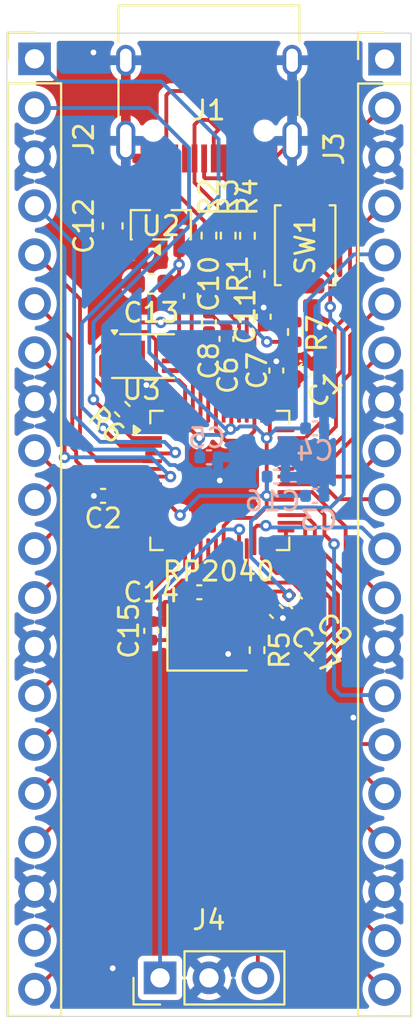
<source format=kicad_pcb>
(kicad_pcb (version 20241229) (generator "pcbnew") (generator_version "9.0")
  (layers (0 "F.Cu" signal) (2 "B.Cu" signal) (13 "F.Paste" user) (15 "B.Paste" user) (5 "F.SilkS" user "F.Silkscreen") (7 "B.SilkS" user "B.Silkscreen") (1 "F.Mask" user) (3 "B.Mask" user) (25 "Edge.Cuts" user))
  (net 0 "")
  (net 1 "GND")
  (net 2 "+3V3")
  (net 3 "+1V1")
  (net 4 "Net-(U2-VI)")
  (net 5 "XIN")
  (net 6 "Net-(C15-Pad1)")
  (net 7 "USB_D+")
  (net 8 "Net-(J1-CC1)")
  (net 9 "Net-(J1-CC2)")
  (net 10 "USB_D-")
  (net 11 "GPIO3")
  (net 12 "GPIO4")
  (net 13 "GPIO8")
  (net 14 "GPIO10")
  (net 15 "GPIO6")
  (net 16 "GPIO14")
  (net 17 "GPIO1")
  (net 18 "GPIO5")
  (net 19 "GPIO7")
  (net 20 "GPIO13")
  (net 21 "GPIO9")
  (net 22 "GPIO0")
  (net 23 "GPIO12")
  (net 24 "GPIO2")
  (net 25 "GPIO11")
  (net 26 "GPIO15")
  (net 27 "GPIO17")
  (net 28 "GPIO23")
  (net 29 "GPIO27_ADC1")
  (net 30 "GPIO28_ADC2")
  (net 31 "GPIO29_ADC3")
  (net 32 "GPIO26_ADC0")
  (net 33 "GPIO21")
  (net 34 "GPIO16")
  (net 35 "VBUS")
  (net 36 "RUN")
  (net 37 "GPIO20")
  (net 38 "GPIO22")
  (net 39 "GPIO24")
  (net 40 "GPIO19")
  (net 41 "GPIO18")
  (net 42 "SWD")
  (net 43 "SWCLK")
  (net 44 "Net-(U1-USB_DP)")
  (net 45 "Net-(U1-USB_DM)")
  (net 46 "XOUT")
  (net 47 "QSPI_SS")
  (net 48 "Net-(R7-Pad1)")
  (net 49 "QSPI_SD1")
  (net 50 "QSPI_SD3")
  (net 51 "QSPI_SD0")
  (net 53 "QSPI_SCLK")
  (net 54 "QSPI_SD2")
  (footprint "Capacitor_SMD:C_0402_1005Metric" (layer "F.Cu") (at 197.5 106 90)
    (property "Reference" "C15")
    (property "Value" "15pF" (hide yes))
  )
  (footprint "Resistor_SMD:R_0402_1005Metric" (layer "F.Cu") (at 204.99 90.5 -90)
    (property "Reference" "R7")
    (property "Value" "1k" (hide yes))
  )
  (footprint "Package_TO_SOT_SMD:SOT-23" (layer "F.Cu") (at 198 84.9375 90)
    (property "Reference" "U2")
    (property "Value" "MCP1700x-330xxTT" (hide yes))
  )
  (footprint "Resistor_SMD:R_0402_1005Metric" (layer "F.Cu") (at 203 107 -90)
    (property "Reference" "R5")
    (property "Value" "1k" (hide yes))
  )
  (footprint "Capacitor_SMD:C_0402_1005Metric" (layer "F.Cu") (at 199.560591 88.635233 90)
    (property "Reference" "C10")
    (property "Value" "0.1uF" (hide yes))
  )
  (footprint "Capacitor_SMD:C_0402_1005Metric" (layer "F.Cu") (at 200.5 90 90)
    (property "Reference" "C8")
    (property "Value" "0.1uF" (hide yes))
  )
  (footprint "Crystal:Crystal_SMD_3225-4Pin_3.2x2.5mm" (layer "F.Cu") (at 200.4 106.35)
    (property "Reference" "Y1" (hide yes))
    (property "Value" "Crystal_GND24" (hide yes))
  )
  (footprint "Capacitor_SMD:C_0402_1005Metric" (layer "F.Cu") (at 204 105 -45)
    (property "Reference" "C17")
    (property "Value" "0.1uF" (hide yes))
  )
  (footprint "Package_DFN_QFN:QFN-56-1EP_7x7mm_P0.4mm_EP3.2x3.2mm" (layer "F.Cu") (at 201.0625 98.2)
    (property "Reference" "U1" (hide yes))
    (property "Value" "RP2040")
  )
  (footprint "Connector_PinHeader_2.54mm:PinHeader_1x20_P2.54mm_Vertical" (layer "F.Cu") (at 209.627987 76.34416)
    (property "Reference" "J3")
    (property "Value" "Conn_01x20" (hide yes))
  )
  (footprint "Resistor_SMD:R_0402_1005Metric" (layer "F.Cu") (at 202.5 85.51 -90)
    (property "Reference" "R4")
    (property "Value" "27")
  )
  (footprint "Button_Switch_SMD:SW_Push_SPST_NO_Alps_SKRK" (layer "F.Cu") (at 205.5 86 -90)
    (property "Reference" "SW1")
    (property "Value" "SW_Push" (hide yes))
  )
  (footprint "Capacitor_SMD:C_0402_1005Metric" (layer "F.Cu") (at 200 104 180)
    (property "Reference" "C14")
    (property "Value" "15pF" (hide yes))
  )
  (footprint "Capacitor_SMD:C_0402_1005Metric" (layer "F.Cu") (at 204 92.5 90)
    (property "Reference" "C7")
    (property "Value" "0.1uF" (hide yes))
  )
  (footprint "Capacitor_SMD:C_0402_1005Metric" (layer "F.Cu") (at 201.41043 90.856444 90)
    (property "Reference" "C6")
    (property "Value" "0.1uF" (hide yes))
  )
  (footprint "Resistor_SMD:R_0402_1005Metric" (layer "F.Cu") (at 196 94.5 135)
    (property "Reference" "R6")
    (property "Value" "10k" (hide yes))
  )
  (footprint "Capacitor_SMD:C_0402_1005Metric" (layer "F.Cu") (at 205 104.5 -45)
    (property "Reference" "C9")
    (property "Value" "0.1uF" (hide yes))
  )
  (footprint "Capacitor_SMD:C_0402_1005Metric" (layer "F.Cu") (at 205.5 92.5 45)
    (property "Reference" "C1")
    (property "Value" "1uF" (hide yes))
  )
  (footprint "Connector_PinHeader_2.54mm:PinHeader_1x03_P2.54mm_Vertical" (layer "F.Cu") (at 197.96 124 90)
    (property "Reference" "J4")
    (property "Value" "Conn_01x03" (hide yes))
  )
  (footprint "Resistor_SMD:R_0402_1005Metric" (layer "F.Cu") (at 201.5 85.5 -90)
    (property "Reference" "R3")
    (property "Value" "27")
  )
  (footprint "Capacitor_SMD:C_0603_1608Metric" (layer "F.Cu") (at 195.5 85 -90)
    (property "Reference" "C12")
    (property "Value" "10uF" (hide yes))
  )
  (footprint "Capacitor_SMD:C_0402_1005Metric" (layer "F.Cu") (at 203.344207 89.709221 90)
    (property "Reference" "C11")
    (property "Value" "1uF" (hide yes))
  )
  (footprint "Capacitor_SMD:C_0402_1005Metric" (layer "F.Cu") (at 195 99 180)
    (property "Reference" "C2")
    (property "Value" "0.1uF" (hide yes))
  )
  (footprint "Connector_PinHeader_2.54mm:PinHeader_1x20_P2.54mm_Vertical" (layer "F.Cu") (at 191.439678 76.331419)
    (property "Reference" "J2")
    (property "Value" "Conn_01x20" (hide yes))
  )
  (footprint "Connector_USB:USB_C_Receptacle_HRO_TYPE-C-31-M-12" (layer "F.Cu") (at 200.5 77.455 180)
    (property "Reference" "J1")
    (property "Value" "USB_C_Receptacle_USB2.0_14P" (hide yes))
  )
  (footprint "Capacitor_SMD:C_0603_1608Metric" (layer "F.Cu") (at 197.5 88 180)
    (property "Reference" "C13")
    (property "Value" "10uF" (hide yes))
  )
  (footprint "Package_SON:Winbond_USON-8-1EP_3x2mm_P0.5mm_EP0.2x1.6mm" (layer "F.Cu") (at 197.075 91.75)
    (property "Reference" "U3")
    (property "Value" "W25Q128JVS" (hide yes))
  )
  (footprint "Resistor_SMD:R_0402_1005Metric" (layer "F.Cu") (at 200.5 85.5 -90)
    (property "Reference" "R2")
    (property "Value" "5.1k" (hide yes))
  )
  (footprint "Resistor_SMD:R_0402_1005Metric" (layer "F.Cu") (at 203 87.49 -90)
    (property "Reference" "R1")
    (property "Value" "5.1k" (hide yes))
  )
  (footprint "Capacitor_SMD:C_0402_1005Metric" (layer "B.Cu") (at 206 95.5)
    (property "Reference" "C4")
    (property "Value" "0.1uF" (hide yes))
  )
  (footprint "Capacitor_SMD:C_0402_1005Metric" (layer "B.Cu") (at 200.5 97)
    (property "Reference" "C5")
    (property "Value" "0.1uF" (hide yes))
  )
  (footprint "Capacitor_SMD:C_0402_1005Metric" (layer "B.Cu") (at 206 99)
    (property "Reference" "C3")
    (property "Value" "0.1uF" (hide yes))
  )
  (footprint "Capacitor_SMD:C_0402_1005Metric" (layer "B.Cu") (at 204 98)
    (property "Reference" "C16")
    (property "Value" "0.1uF" (hide yes))
  )
  (gr_rect (start 190 75) (end 211 126) (stroke (width 0.05)) (fill no) (layer "Edge.Cuts"))
  (gr_text "RP2040" (at 198 103.5 0) (layer "F.SilkS") (effects (font (size 1 1)) (justify left bottom)))
  (segment (start 201.0625 98.2) (end 202.5 96.7625) (width 0.2) (layer "F.Cu") (net 1))
  (segment (start 205.839411 92.160589) (end 206.5 91.5) (width 0.2) (layer "F.Cu") (net 1))
  (segment (start 199.52 103.98) (end 199.52 104) (width 0.2) (layer "F.Cu") (net 1))
  (segment (start 209.708415 106.791585) (end 210.399 106.101) (width 0.2) (layer "F.Cu") (net 1))
  (segment (start 197.25 81.5) (end 197.095 81.5) (width 0.2) (layer "F.Cu") (net 1))
  (segment (start 200.0625 101.6375) (end 200.0625 103.4375) (width 0.2) (layer "F.Cu") (net 1))
  (segment (start 197.05 85.875) (end 197.05 86.45) (width 0.2) (layer "F.Cu") (net 1))
  (segment (start 200.5 89.52) (end 200.553986 89.52) (width 0.2) (layer "F.Cu") (net 1))
  (segment (start 204.839411 104.839411) (end 204.339411 105.339411) (width 0.2) (layer "F.Cu") (net 1))
  (segment (start 200.5 89.02) (end 199.5 88.02) (width 0.2) (layer "F.Cu") (net 1))
  (segment (start 203.75 81.5) (end 203.75 82.15) (width 0.2) (layer "F.Cu") (net 1))
  (segment (start 200.553986 89.52) (end 201.41043 90.376444) (width 0.2) (layer "F.Cu") (net 1))
  (segment (start 201.0625 98.2) (end 200.0625 99.2) (width 0.2) (layer "F.Cu") (net 1))
  (segment (start 199.28 105.52) (end 199.3 105.5) (width 0.2) (layer "F.Cu") (net 1))
  (segment (start 199.52 104) (end 199.52 105.28) (width 0.2) (layer "F.Cu") (net 1))
  (segment (start 199.8 105.5) (end 201.5 107.2) (width 0.2) (layer "F.Cu") (net 1))
  (segment (start 197.504468 85.875) (end 197.05 85.875) (width 0.2) (layer "F.Cu") (net 1))
  (segment (start 195.5 85.775) (end 196.95 85.775) (width 0.2) (layer "F.Cu") (net 1))
  (segment (start 203.344207 89.229221) (end 203.344207 88.344207) (width 0.2) (layer "F.Cu") (net 1))
  (segment (start 200.5 86.01) (end 200.495 86.015) (width 0.2) (layer "F.Cu") (net 1))
  (segment (start 196.5 92.5) (end 197.25 93.25) (width 0.2) (layer "F.Cu") (net 1))
  (segment (start 197.05 81.7) (end 197.25 81.5) (width 0.2) (layer "F.Cu") (net 1))
  (segment (start 206.5 91.5) (end 206.5 90.5) (width 0.2) (layer "F.Cu") (net 1))
  (segment (start 210.399 106.101) (end 210.399 106) (width 0.2) (layer "F.Cu") (net 1))
  (segment (start 204.140589 92.160589) (end 204 92.02) (width 0.2) (layer "F.Cu") (net 1))
  (segment (start 203.75 81.5) (end 203.905 81.5) (width 0.2) (layer "F.Cu") (net 1))
  (segment (start 206.5 90.5) (end 206.25 90.25) (width 0.2) (layer "F.Cu") (net 1))
  (segment (start 209.514082 106.791585) (end 209.708415 106.791585) (width 0.2) (layer "F.Cu") (net 1))
  (segment (start 197.25 93.25) (end 197.5 93.5) (width 0.2) (layer "F.Cu") (net 1))
  (segment (start 200.5 86.01) (end 199.3265 84.8365) (width 0.2) (layer "F.Cu") (net 1))
  (segment (start 200.495 86.015) (end 200.495 86.995) (width 0.2) (layer "F.Cu") (net 1))
  (segment (start 198.542968 84.8365) (end 197.504468 85.875) (width 0.2) (layer "F.Cu") (net 1))
  (segment (start 203.344207 88.344207) (end 203 88) (width 0.2) (layer "F.Cu") (net 1))
  (segment (start 205.339411 104.839411) (end 204.839411 104.839411) (width 0.2) (layer "F.Cu") (net 1))
  (segment (start 199.3265 84.8365) (end 198.542968 84.8365) (width 0.2) (layer "F.Cu") (net 1))
  (segment (start 199.52 105.28) (end 199.3 105.5) (width 0.2) (layer "F.Cu") (net 1))
  (segment (start 205.5 85.5) (end 205.5 83.9) (width 0.2) (layer "F.Cu") (net 1))
  (segment (start 197.05 86.45) (end 196.725 86.775) (width 0.2) (layer "F.Cu") (net 1))
  (segment (start 200.0625 103.4375) (end 199.52 103.98) (width 0.2) (layer "F.Cu") (net 1))
  (segment (start 199.3 105.5) (end 199.8 105.5) (width 0.2) (layer "F.Cu") (net 1))
  (segment (start 197.5 105.52) (end 199.28 105.52) (width 0.2) (layer "F.Cu") (net 1))
  (segment (start 203 88) (end 205.5 85.5) (width 0.2) (layer "F.Cu") (net 1))
  (segment (start 205.839411 92.160589) (end 204.140589 92.160589) (width 0.2) (layer "F.Cu") (net 1))
  (segment (start 200.0625 99.2) (end 200.0625 101.6375) (width 0.2) (layer "F.Cu") (net 1))
  (segment (start 200.5 89.52) (end 200.5 89.02) (width 0.2) (layer "F.Cu") (net 1))
  (segment (start 203.905 81.5) (end 204.82 80.585) (width 0.2) (layer "F.Cu") (net 1))
  (segment (start 196.95 85.775) (end 197.05 85.875) (width 0.2) (layer "F.Cu") (net 1))
  (segment (start 196.725 86.775) (end 196.725 88) (width 0.2) (layer "F.Cu") (net 1))
  (segment (start 195.65 92.5) (end 196.5 92.5) (width 0.2) (layer "F.Cu") (net 1))
  (via (at 208 110.5) (size 0.6) (drill 0.3) (layers "F.Cu" "B.Cu") (net 1))
  (via (at 194.5 76) (size 0.6) (drill 0.3) (layers "F.Cu" "B.Cu") (net 1))
  (via (at 204.339411 105.339411) (size 0.6) (drill 0.3) (layers "F.Cu" "B.Cu") (net 1))
  (via (at 194.52 99) (size 0.6) (drill 0.3) (layers "F.Cu" "B.Cu") (net 1))
  (via (at 201.0625 98.2) (size 0.6) (drill 0.3) (layers "F.Cu" "B.Cu") (net 1))
  (via (at 197.25 93.25) (size 0.6) (drill 0.3) (layers "F.Cu" "B.Cu") (net 1))
  (via (at 206.25 90.25) (size 0.6) (drill 0.3) (layers "F.Cu" "B.Cu") (net 1))
  (via (at 201.5 107.2) (size 0.6) (drill 0.3) (layers "F.Cu" "B.Cu") (net 1))
  (via (at 195.5 123.5) (size 0.6) (drill 0.3) (layers "F.Cu" "B.Cu") (net 1))
  (via (at 204 92.02) (size 0.6) (drill 0.3) (layers "F.Cu" "B.Cu") (net 1))
  (via (at 203.344207 89.229221) (size 0.6) (drill 0.3) (layers "F.Cu" "B.Cu") (net 1))
  (segment (start 206.2 88.950057) (end 206.2 90.2) (width 0.2) (layer "B.Cu") (net 1))
  (segment (start 199.351 95.351) (end 199.351 97.26855) (width 0.2) (layer "B.Cu") (net 1))
  (segment (start 197.6661 96.599) (end 193.992016 96.599) (width 0.2) (layer "B.Cu") (net 1))
  (segment (start 198.4661 97.399) (end 197.6661 96.599) (width 0.2) (layer "B.Cu") (net 1))
  (segment (start 200.98 97) (end 201.5 97) (width 0.2) (layer "B.Cu") (net 1))
  (segment (start 204.2 107.2) (end 204.339411 107.339411) (width 0.2) (layer "B.Cu") (net 1))
  (segment (start 209.708415 106.791585) (end 210.399 106.101) (width 0.2) (layer "B.Cu") (net 1))
  (segment (start 208 89.548057) (end 206.985493 88.53355) (width 0.2) (layer "B.Cu") (net 1))
  (segment (start 201.5 107.2) (end 204.2 107.2) (width 0.2) (layer "B.Cu") (net 1))
  (segment (start 198.960943 97.611) (end 198.748943 97.399) (width 0.2) (layer "B.Cu") (net 1))
  (segment (start 206.2 90.2) (end 206.25 90.25) (width 0.2) (layer "B.Cu") (net 1))
  (segment (start 204.339411 105.339411) (end 204.339411 107.339411) (width 0.2) (layer "B.Cu") (net 1))
  (segment (start 206.48 99) (end 204.48 97) (width 0.2) (layer "B.Cu") (net 1))
  (segment (start 206.985493 88.53355) (end 206.616507 88.53355) (width 0.2) (layer "B.Cu") (net 1))
  (segment (start 199.69345 97.611) (end 198.960943 97.611) (width 0.2) (layer "B.Cu") (net 1))
  (segment (start 200.98 97) (end 200.369 97.611) (width 0.2) (layer "B.Cu") (net 1))
  (segment (start 200.369 97.611) (end 199.69345 97.611) (width 0.2) (layer "B.Cu") (net 1))
  (segment (start 209.514082 94.091585) (end 208 92.577503) (width 0.2) (layer "B.Cu") (net 1))
  (segment (start 199.351 97.26855) (end 199.69345 97.611) (width 0.2) (layer "B.Cu") (net 1))
  (segment (start 209.514082 106.791585) (end 209.708415 106.791585) (width 0.2) (layer "B.Cu") (net 1))
  (segment (start 204.48 97) (end 201.5 97) (width 0.2) (layer "B.Cu") (net 1))
  (segment (start 208 92.577503) (end 208 89.548057) (width 0.2) (layer "B.Cu") (net 1))
  (segment (start 206.5 90.5) (end 206.5 92) (width 0.2) (layer "B.Cu") (net 1))
  (segment (start 206.25 90.25) (end 206.5 90.5) (width 0.2) (layer "B.Cu") (net 1))
  (segment (start 206.48 95.5) (end 206.48 99) (width 0.2) (layer "B.Cu") (net 1))
  (segment (start 206.616507 88.53355) (end 206.2 88.950057) (width 0.2) (layer "B.Cu") (net 1))
  (segment (start 198.748943 97.399) (end 198.4661 97.399) (width 0.2) (layer "B.Cu") (net 1))
  (segment (start 193.992016 96.599) (end 191.514341 94.121325) (width 0.2) (layer "B.Cu") (net 1))
  (segment (start 199.69345 97.611) (end 200 97.611) (width 0.2) (layer "B.Cu") (net 1))
  (segment (start 203.6625 94.7625) (end 203.2625 94.7625) (width 0.2) (layer "F.Cu") (net 2))
  (segment (start 201.6625 94.7625) (end 201.6625 95.495164) (width 0.2) (layer "F.Cu") (net 2))
  (segment (start 201.41043 91.74793) (end 201.6625 92) (width 0.2) (layer "F.Cu") (net 2))
  (segment (start 203.5 93.48) (end 203.5 93.5) (width 0.2) (layer "F.Cu") (net 2))
  (segment (start 198.2 99.2) (end 199 100) (width 0.2) (layer "F.Cu") (net 2))
  (segment (start 201.41043 91.336444) (end 201.41043 91.74793) (width 0.2) (layer "F.Cu") (net 2))
  (segment (start 201.6625 94.7625) (end 201.6625 92) (width 0.2) (layer "F.Cu") (net 2))
  (segment (start 198.45 88) (end 198.95 87.5) (width 0.2) (layer "F.Cu") (net 2))
  (segment (start 199.6 95.6) (end 200 96) (width 0.2) (layer "F.Cu") (net 2))
  (segment (start 203.5 93.5) (end 203.2625 93.7375) (width 0.2) (layer "F.Cu") (net 2))
  (segment (start 203.2625 93.7375) (end 203.2625 94.7625) (width 0.2) (layer "F.Cu") (net 2))
  (segment (start 198.95 87) (end 198.95 87.5) (width 0.2) (layer "F.Cu") (net 2))
  (segment (start 201.6804 100.142489) (end 202.922011 100.142489) (width 0.2) (layer "F.Cu") (net 2))
  (segment (start 200.5 91.5) (end 201.2625 92.2625) (width 0.2) (layer "F.Cu") (net 2))
  (segment (start 205.160589 93.264411) (end 205.160589 92.839411) (width 0.2) (layer "F.Cu") (net 2))
  (segment (start 196.6329 99.2) (end 196.4329 99) (width 0.2) (layer "F.Cu") (net 2))
  (segment (start 203.294789 104.660589) (end 203.660589 104.660589) (width 0.2) (layer "F.Cu") (net 2))
  (segment (start 203.7 99.2) (end 203.5 99) (width 0.2) (layer "F.Cu") (net 2))
  (segment (start 196.360624 94.860624) (end 196.885624 94.860624) (width 0.2) (layer "F.Cu") (net 2))
  (segment (start 204.5 95.6) (end 203.9 95.6) (width 0.2) (layer "F.Cu") (net 2))
  (segment (start 196.4329 99) (end 195.48 99) (width 0.2) (layer "F.Cu") (net 2))
  (segment (start 203.7 99.2) (end 204.5 99.2) (width 0.2) (layer "F.Cu") (net 2))
  (segment (start 197.625 95.6) (end 199.6 95.6) (width 0.2) (layer "F.Cu") (net 2))
  (segment (start 204 92.98) (end 203.5 93.48) (width 0.2) (layer "F.Cu") (net 2))
  (segment (start 203.5 96) (end 203.5 99) (width 0.2) (layer "F.Cu") (net 2))
  (segment (start 201.2625 101.6375) (end 201.2625 100.560389) (width 0.2) (layer "F.Cu") (net 2))
  (segment (start 198.5 91) (end 199.2013 91) (width 0.2) (layer "F.Cu") (net 2))
  (segment (start 198.95 87.5) (end 198.95 90.7487) (width 0.2) (layer "F.Cu") (net 2))
  (segment (start 203.6625 94.7625) (end 203.6625 94.3375) (width 0.2) (layer "F.Cu") (net 2))
  (segment (start 197.625 99.2) (end 196.6329 99.2) (width 0.2) (layer "F.Cu") (net 2))
  (segment (start 203.6625 95.8375) (end 203.5 96) (width 0.2) (layer "F.Cu") (net 2))
  (segment (start 203.6625 94.7625) (end 205.160589 93.264411) (width 0.2) (layer "F.Cu") (net 2))
  (segment (start 203.6625 94.7625) (end 203.6625 95.8375) (width 0.2) (layer "F.Cu") (net 2))
  (segment (start 198.95 90.7487) (end 199.2013 91) (width 0.2) (layer "F.Cu") (net 2))
  (segment (start 201.2625 100.560389) (end 201.6804 100.142489) (width 0.2) (layer "F.Cu") (net 2))
  (segment (start 201.2625 101.6375) (end 201.2625 102.6283) (width 0.2) (layer "F.Cu") (net 2))
  (segment (start 201.2625 94.7625) (end 201.6625 94.7625) (width 0.2) (layer "F.Cu") (net 2))
  (segment (start 197.625 99.2) (end 198.2 99.2) (width 0.2) (layer "F.Cu") (net 2))
  (segment (start 196.885624 94.860624) (end 197.625 95.6) (width 0.2) (layer "F.Cu") (net 2))
  (segment (start 203.9 95.6) (end 203.5 96) (width 0.2) (layer "F.Cu") (net 2))
  (segment (start 200.5 90.48) (end 200.5 91.5) (width 0.2) (layer "F.Cu") (net 2))
  (segment (start 201.2625 102.6283) (end 203.294789 104.660589) (width 0.2) (layer "F.Cu") (net 2))
  (segment (start 202.922011 100.142489) (end 203.5 99.5645) (width 0.2) (layer "F.Cu") (net 2))
  (segment (start 203.5 99.5645) (end 203.5 99) (width 0.2) (layer "F.Cu") (net 2))
  (segment (start 198.275 88) (end 198.45 88) (width 0.2) (layer "F.Cu") (net 2))
  (segment (start 201.2625 92.2625) (end 201.2625 94.7625) (width 0.2) (layer "F.Cu") (net 2))
  (segment (start 198.95 85.875) (end 198.95 87) (width 0.2) (layer "F.Cu") (net 2))
  (segment (start 201.6625 95.495164) (end 201.620488 95.537176) (width 0.2) (layer "F.Cu") (net 2))
  (via (at 201.620488 95.537176) (size 0.6) (drill 0.3) (layers "F.Cu" "B.Cu") (net 2))
  (via (at 199 100) (size 0.6) (drill 0.3) (layers "F.Cu" "B.Cu") (net 2))
  (via (at 198.95 87) (size 0.6) (drill 0.3) (layers "F.Cu" "B.Cu") (net 2))
  (via (at 203.5 96) (size 0.6) (drill 0.3) (layers "F.Cu" "B.Cu") (net 2))
  (via (at 203.5 99) (size 0.6) (drill 0.3) (layers "F.Cu" "B.Cu") (net 2))
  (via (at 200 96) (size 0.6) (drill 0.3) (layers "F.Cu" "B.Cu") (net 2))
  (segment (start 201.362176 95.537176) (end 197.399 91.574) (width 0.2) (layer "B.Cu") (net 2))
  (segment (start 197.399 91.574) (end 197.399 88.551) (width 0.2) (layer "B.Cu") (net 2))
  (segment (start 201.620488 95.537176) (end 201.962824 95.537176) (width 0.2) (layer "B.Cu") (net 2))
  (segment (start 197.399 88.551) (end 198.95 87) (width 0.2) (layer "B.Cu") (net 2))
  (segment (start 203.52 98) (end 203.52 98.98) (width 0.2) (layer "B.Cu") (net 2))
  (segment (start 200.02 96.02) (end 200 96) (width 0.2) (layer "B.Cu") (net 2))
  (segment (start 204 95.5) (end 203.5 96) (width 0.2) (layer "B.Cu") (net 2))
  (segment (start 201.962824 95.537176) (end 202.101 95.399) (width 0.2) (layer "B.Cu") (net 2))
  (segment (start 203.52 98.98) (end 203.5 99) (width 0.2) (layer "B.Cu") (net 2))
  (segment (start 208.028415 86.471585) (end 205.52 88.98) (width 0.2) (layer "B.Cu") (net 2))
  (segment (start 201.320164 95.8375) (end 200.1625 95.8375) (width 0.2) (layer "B.Cu") (net 2))
  (segment (start 200 99) (end 199 100) (width 0.2) (layer "B.Cu") (net 2))
  (segment (start 201.620488 95.537176) (end 201.362176 95.537176) (width 0.2) (layer "B.Cu") (net 2))
  (segment (start 202.101 95.399) (end 202.899 95.399) (width 0.2) (layer "B.Cu") (net 2))
  (segment (start 202.899 95.399) (end 203.5 96) (width 0.2) (layer "B.Cu") (net 2))
  (segment (start 205.52 88.98) (end 205.52 95.5) (width 0.2) (layer "B.Cu") (net 2))
  (segment (start 203.5 99) (end 200 99) (width 0.2) (layer "B.Cu") (net 2))
  (segment (start 200.02 97) (end 200.02 96.02) (width 0.2) (layer "B.Cu") (net 2))
  (segment (start 200.1625 95.8375) (end 200 96) (width 0.2) (layer "B.Cu") (net 2))
  (segment (start 209.514082 86.471585) (end 208.028415 86.471585) (width 0.2) (layer "B.Cu") (net 2))
  (segment (start 205.52 99) (end 203.5 99) (width 0.2) (layer "B.Cu") (net 2))
  (segment (start 205.52 95.5) (end 204 95.5) (width 0.2) (layer "B.Cu") (net 2))
  (segment (start 201.620488 95.537176) (end 201.320164 95.8375) (width 0.2) (layer "B.Cu") (net 2))
  (segment (start 200.8625 92.4296) (end 199.6023 91.1694) (width 0.2) (layer "F.Cu") (net 3))
  (segment (start 204.4626 103.9626) (end 203.1639 103.9626) (width 0.2) (layer "F.Cu") (net 3))
  (segment (start 206.801 87.686936) (end 206.513064 87.399) (width 0.2) (layer "F.Cu") (net 3))
  (segment (start 201.371545 96.138176) (end 200.8625 95.629131) (width 0.2) (layer "F.Cu") (net 3))
  (segment (start 202.361824 96.138176) (end 201.371545 96.138176) (width 0.2) (layer "F.Cu") (net 3))
  (segment (start 200.8625 95.629131) (end 200.8625 94.7625) (width 0.2) (layer "F.Cu") (net 3))
  (segment (start 203.955207 89.578221) (end 203.344207 90.189221) (width 0.2) (layer "F.Cu") (net 3))
  (segment (start 199.6023 91.1694) (end 199.6023 89.0823) (width 0.2) (layer "F.Cu") (net 3))
  (segment (start 202.8625 90.670928) (end 203.344207 90.189221) (width 0.2) (layer "F.Cu") (net 3))
  (segment (start 206.513064 87.399) (end 204.486936 87.399) (width 0.2) (layer "F.Cu") (net 3))
  (segment (start 203.955207 87.930729) (end 203.955207 89.578221) (width 0.2) (layer "F.Cu") (net 3))
  (segment (start 203.1639 103.9626) (end 201.6625 102.4612) (width 0.2) (layer "F.Cu") (net 3))
  (segment (start 204.660589 104.160589) (end 204.4626 103.9626) (width 0.2) (layer "F.Cu") (net 3))
  (segment (start 206.801 89.199) (end 206.801 87.686936) (width 0.2) (layer "F.Cu") (net 3))
  (segment (start 204.486936 87.399) (end 203.955207 87.930729) (width 0.2) (layer "F.Cu") (net 3))
  (segment (start 199.6023 89.0823) (end 199.5 88.98) (width 0.2) (layer "F.Cu") (net 3))
  (segment (start 202.8625 95.6375) (end 202.361824 96.138176) (width 0.2) (layer "F.Cu") (net 3))
  (segment (start 201.6625 102.4612) (end 201.6625 101.6375) (width 0.2) (layer "F.Cu") (net 3))
  (segment (start 200.8625 94.7625) (end 200.8625 92.4296) (width 0.2) (layer "F.Cu") (net 3))
  (segment (start 202.8625 94.7625) (end 202.8625 90.670928) (width 0.2) (layer "F.Cu") (net 3))
  (segment (start 202.8625 94.7625) (end 202.8625 95.6375) (width 0.2) (layer "F.Cu") (net 3))
  (via (at 204.660589 104.160589) (size 0.6) (drill 0.3) (layers "F.Cu" "B.Cu") (net 3))
  (via (at 206.801 89.199) (size 0.6) (drill 0.3) (layers "F.Cu" "B.Cu") (net 3))
  (segment (start 206.801 89.199) (end 206.801 89.801) (width 0.2) (layer "B.Cu") (net 3))
  (segment (start 206.801 89.801) (end 207.5 90.5) (width 0.2) (layer "B.Cu") (net 3))
  (segment (start 203.389 99.611) (end 202.683078 100.316922) (width 0.2) (layer "B.Cu") (net 3))
  (segment (start 207.5 98.91755) (end 206.80655 99.611) (width 0.2) (layer "B.Cu") (net 3))
  (segment (start 207.5 90.5) (end 207.5 98.91755) (width 0.2) (layer "B.Cu") (net 3))
  (segment (start 202.683078 100.316922) (end 202.683078 102.183078) (width 0.2) (layer "B.Cu") (net 3))
  (segment (start 202.683078 102.183078) (end 204.660589 104.160589) (width 0.2) (layer "B.Cu") (net 3))
  (segment (start 206.80655 99.611) (end 203.389 99.611) (width 0.2) (layer "B.Cu") (net 3))
  (segment (start 198.5 78) (end 202 78) (width 0.2) (layer "F.Cu") (net 4))
  (segment (start 198.05 81.5) (end 198.286 81.264) (width 0.2) (layer "F.Cu") (net 4))
  (segment (start 202.95 80.571008) (end 202.95 81.5) (width 0.2) (layer "F.Cu") (net 4))
  (segment (start 198.05 81.5) (end 198.05 83.95) (width 0.2) (layer "F.Cu") (net 4))
  (segment (start 202.5 80.121008) (end 202.95 80.571008) (width 0.2) (layer "F.Cu") (net 4))
  (segment (start 197.775 84.225) (end 198 84) (width 0.2) (layer "F.Cu") (net 4))
  (segment (start 202 78) (end 202.5 78.5) (width 0.2) (layer "F.Cu") (net 4))
  (segment (start 198.05 83.95) (end 198 84) (width 0.2) (layer "F.Cu") (net 4))
  (segment (start 195.5 84.225) (end 197.775 84.225) (width 0.2) (layer "F.Cu") (net 4))
  (segment (start 198.286 78.214) (end 198.5 78) (width 0.2) (layer "F.Cu") (net 4))
  (segment (start 202.5 78.5) (end 202.5 80.121008) (width 0.2) (layer "F.Cu") (net 4))
  (segment (start 198.286 81.264) (end 198.286 78.214) (width 0.2) (layer "F.Cu") (net 4))
  (segment (start 200.48 104) (end 200.48 104.48) (width 0.2) (layer "F.Cu") (net 5))
  (segment (start 200.4625 102.9625) (end 200.48 102.98) (width 0.2) (layer "F.Cu") (net 5))
  (segment (start 200.48 102.98) (end 200.48 104) (width 0.2) (layer "F.Cu") (net 5))
  (segment (start 200.4625 101.6375) (end 200.4625 102.9625) (width 0.2) (layer "F.Cu") (net 5))
  (segment (start 200.48 104.48) (end 201.5 105.5) (width 0.2) (layer "F.Cu") (net 5))
  (segment (start 202.409 108.101) (end 200.201 108.101) (width 0.2) (layer "F.Cu") (net 6))
  (segment (start 200.201 108.101) (end 199.3 107.2) (width 0.2) (layer "F.Cu") (net 6))
  (segment (start 198.58 106.48) (end 199.3 107.2) (width 0.2) (layer "F.Cu") (net 6))
  (segment (start 203 107.51) (end 202.409 108.101) (width 0.2) (layer "F.Cu") (net 6))
  (segment (start 197.5 106.48) (end 198.58 106.48) (width 0.2) (layer "F.Cu") (net 6))
  (segment (start 200.75 80.25) (end 200.75 81.5) (width 0.2) (layer "F.Cu") (net 7))
  (segment (start 201.5 84.5) (end 201.5 84.99) (width 0.2) (layer "F.Cu") (net 7))
  (segment (start 199.75 81.5) (end 199.75 79.75) (width 0.2) (layer "F.Cu") (net 7))
  (segment (start 199.75 82.75) (end 201.5 84.5) (width 0.2) (layer "F.Cu") (net 7))
  (segment (start 200.5 79.5) (end 201 80) (width 0.2) (layer "F.Cu") (net 7))
  (segment (start 199.75 81.5) (end 199.75 82.75) (width 0.2) (layer "F.Cu") (net 7))
  (segment (start 199.75 79.75) (end 200 79.5) (width 0.2) (layer "F.Cu") (net 7))
  (segment (start 200 79.5) (end 200.5 79.5) (width 0.2) (layer "F.Cu") (net 7))
  (segment (start 201 80) (end 200.75 80.25) (width 0.2) (layer "F.Cu") (net 7))
  (segment (start 201.75 82.4099) (end 203.121 83.7809) (width 0.2) (layer "F.Cu") (net 8))
  (segment (start 203.121 83.7809) (end 203.121 86.859) (width 0.2) (layer "F.Cu") (net 8))
  (segment (start 203.121 86.859) (end 203 86.98) (width 0.2) (layer "F.Cu") (net 8))
  (segment (start 201.75 81.5) (end 201.75 82.4099) (width 0.2) (layer "F.Cu") (net 8))
  (segment (start 200.5 84.99) (end 198.75 83.24) (width 0.2) (layer "F.Cu") (net 9))
  (segment (start 198.75 83.24) (end 198.75 81.5) (width 0.2) (layer "F.Cu") (net 9))
  (segment (start 202.5 85) (end 202.5 83.727) (width 0.2) (layer "F.Cu") (net 10))
  (segment (start 201.299 82.526) (end 200.299 82.526) (width 0.2) (layer "F.Cu") (net 10))
  (segment (start 200.25 82.477) (end 200.25 81.5) (width 0.2) (layer "F.Cu") (net 10))
  (segment (start 201.25 81.5) (end 201.299 81.549) (width 0.2) (layer "F.Cu") (net 10))
  (segment (start 201.299 81.549) (end 201.299 82.526) (width 0.2) (layer "F.Cu") (net 10))
  (segment (start 202.5 83.727) (end 201.299 82.526) (width 0.2) (layer "F.Cu") (net 10))
  (segment (start 200.299 82.526) (end 200.25 82.477) (width 0.2) (layer "F.Cu") (net 10))
  (segment (start 191.514341 86.501325) (end 193.802 88.788984) (width 0.2) (layer "F.Cu") (net 11))
  (segment (start 197.075726 97.186) (end 197.089726 97.2) (width 0.2) (layer "F.Cu") (net 11))
  (segment (start 193.802 88.788984) (end 193.802 96.21955) (width 0.2) (layer "F.Cu") (net 11))
  (segment (start 197.089726 97.2) (end 197.625 97.2) (width 0.2) (layer "F.Cu") (net 11))
  (segment (start 194.686 97.186) (end 197.075726 97.186) (width 0.2) (layer "F.Cu") (net 11))
  (segment (start 194.64345 97.061) (end 194.64345 97.14345) (width 0.2) (layer "F.Cu") (net 11))
  (segment (start 193.802 96.21955) (end 194.64345 97.061) (width 0.2) (layer "F.Cu") (net 11))
  (segment (start 194.64345 97.14345) (end 194.686 97.186) (width 0.2) (layer "F.Cu") (net 11))
  (segment (start 193.601 97.188) (end 193.601 96.7) (width 0.2) (layer "F.Cu") (net 12))
  (segment (start 194 97.587) (end 193.601 97.188) (width 0.2) (layer "F.Cu") (net 12))
  (segment (start 197.625 97.6) (end 196.856826 97.6) (width 0.2) (layer "F.Cu") (net 12))
  (segment (start 193.601 96.7) (end 193.401 96.5) (width 0.2) (layer "F.Cu") (net 12))
  (segment (start 196.856826 97.6) (end 196.843826 97.587) (width 0.2) (layer "F.Cu") (net 12))
  (segment (start 196.843826 97.587) (end 194 97.587) (width 0.2) (layer "F.Cu") (net 12))
  (segment (start 193.401 90.927984) (end 191.514341 89.041325) (width 0.2) (layer "F.Cu") (net 12))
  (segment (start 193.401 96.5) (end 193.401 90.927984) (width 0.2) (layer "F.Cu") (net 12))
  (segment (start 196.589 99.611) (end 193.644666 99.611) (width 0.2) (layer "F.Cu") (net 13))
  (segment (start 196.6 99.6) (end 196.589 99.611) (width 0.2) (layer "F.Cu") (net 13))
  (segment (start 197.625 99.6) (end 196.6 99.6) (width 0.2) (layer "F.Cu") (net 13))
  (segment (start 193.644666 99.611) (end 191.514341 101.741325) (width 0.2) (layer "F.Cu") (net 13))
  (segment (start 194.5 102.923426) (end 194.5 106.375666) (width 0.2) (layer "F.Cu") (net 14))
  (segment (start 197.625 100.4) (end 197.023426 100.4) (width 0.2) (layer "F.Cu") (net 14))
  (segment (start 194.5 106.375666) (end 191.514341 109.361325) (width 0.2) (layer "F.Cu") (net 14))
  (segment (start 197.023426 100.4) (end 194.5 102.923426) (width 0.2) (layer "F.Cu") (net 14))
  (segment (start 191.514341 96.661325) (end 192.841016 97.988) (width 0.2) (layer "F.Cu") (net 15))
  (segment (start 196.677726 97.988) (end 197.089726 98.4) (width 0.2) (layer "F.Cu") (net 15))
  (segment (start 192.841016 97.988) (end 196.677726 97.988) (width 0.2) (layer "F.Cu") (net 15))
  (segment (start 197.089726 98.4) (end 197.625 98.4) (width 0.2) (layer "F.Cu") (net 15))
  (segment (start 196.488 104.9449) (end 196.488 117.087666) (width 0.2) (layer "F.Cu") (net 16))
  (segment (start 199.2625 101.6375) (end 199.2625 102.7375) (width 0.2) (layer "F.Cu") (net 16))
  (segment (start 199.2625 102.7375) (end 199 103) (width 0.2) (layer "F.Cu") (net 16))
  (segment (start 199 103) (end 198.4329 103) (width 0.2) (layer "F.Cu") (net 16))
  (segment (start 196.488 117.087666) (end 191.514341 122.061325) (width 0.2) (layer "F.Cu") (net 16))
  (segment (start 198.4329 103) (end 196.488 104.9449) (width 0.2) (layer "F.Cu") (net 16))
  (segment (start 195.5 96) (end 195 95.5) (width 0.2) (layer "F.Cu") (net 17))
  (segment (start 197.625 96.4) (end 195.9 96.4) (width 0.2) (layer "F.Cu") (net 17))
  (segment (start 195.9 96.4) (end 195.5 96) (width 0.2) (layer "F.Cu") (net 17))
  (via (at 195 95.5) (size 0.6) (drill 0.3) (layers "F.Cu" "B.Cu") (net 17))
  (segment (start 193.899 90.0339) (end 199.46645 84.46645) (width 0.2) (layer "B.Cu") (net 17))
  (segment (start 193.899 94.399) (end 193.899 90.0339) (width 0.2) (layer "B.Cu") (net 17))
  (segment (start 199.46645 84.46645) (end 199.46645 80.955442) (width 0.2) (layer "B.Cu") (net 17))
  (segment (start 195 95.5) (end 193.899 94.399) (width 0.2) (layer "B.Cu") (net 17))
  (segment (start 199.46645 80.955442) (end 197.392333 78.881325) (width 0.2) (layer "B.Cu") (net 17))
  (segment (start 197.392333 78.881325) (end 191.514341 78.881325) (width 0.2) (layer "B.Cu") (net 17))
  (segment (start 193 95) (end 193 97) (width 0.2) (layer "F.Cu") (net 18))
  (segment (start 191.514341 91.581325) (end 193 93.066984) (width 0.2) (layer "F.Cu") (net 18))
  (segment (start 197.625 98) (end 198.5 98) (width 0.2) (layer "F.Cu") (net 18))
  (segment (start 193 93.066984) (end 193 95) (width 0.2) (layer "F.Cu") (net 18))
  (via (at 198.5 98) (size 0.6) (drill 0.3) (layers "F.Cu" "B.Cu") (net 18))
  (via (at 193 97) (size 0.6) (drill 0.3) (layers "F.Cu" "B.Cu") (net 18))
  (segment (start 197.5 97) (end 198.5 98) (width 0.2) (layer "B.Cu") (net 18))
  (segment (start 193 97) (end 197.5 97) (width 0.2) (layer "B.Cu") (net 18))
  (segment (start 196.389 98.389) (end 192.326666 98.389) (width 0.2) (layer "F.Cu") (net 19))
  (segment (start 197.625 98.8) (end 196.8 98.8) (width 0.2) (layer "F.Cu") (net 19))
  (segment (start 192.326666 98.389) (end 191.514341 99.201325) (width 0.2) (layer "F.Cu") (net 19))
  (segment (start 196.8 98.8) (end 196.389 98.389) (width 0.2) (layer "F.Cu") (net 19))
  (segment (start 191.514341 116.981325) (end 196.087 112.408666) (width 0.2) (layer "F.Cu") (net 20))
  (segment (start 198.3658 102.5) (end 198.725 102.5) (width 0.2) (layer "F.Cu") (net 20))
  (segment (start 196.087 112.408666) (end 196.087 104.7788) (width 0.2) (layer "F.Cu") (net 20))
  (segment (start 196.087 104.7788) (end 198.3658 102.5) (width 0.2) (layer "F.Cu") (net 20))
  (segment (start 198.8625 102.3625) (end 198.8625 101.6375) (width 0.2) (layer "F.Cu") (net 20))
  (segment (start 198.725 102.5) (end 198.8625 102.3625) (width 0.2) (layer "F.Cu") (net 20))
  (segment (start 196.856326 100) (end 196.844326 100.012) (width 0.2) (layer "F.Cu") (net 21))
  (segment (start 197.625 100) (end 196.856326 100) (width 0.2) (layer "F.Cu") (net 21))
  (segment (start 195.783666 100.012) (end 196.844326 100.012) (width 0.2) (layer "F.Cu") (net 21))
  (segment (start 191.514341 104.281325) (end 195.783666 100.012) (width 0.2) (layer "F.Cu") (net 21))
  (segment (start 196.5 96) (end 195 94.5) (width 0.2) (layer "F.Cu") (net 22))
  (segment (start 197.625 96) (end 196.5 96) (width 0.2) (layer "F.Cu") (net 22))
  (segment (start 195 94.5) (end 194.5 94) (width 0.2) (layer "F.Cu") (net 22))
  (via (at 194.5 94) (size 0.6) (drill 0.3) (layers "F.Cu" "B.Cu") (net 22))
  (segment (start 198.006 77.506) (end 192.679016 77.506) (width 0.2) (layer "B.Cu") (net 22))
  (segment (start 194.5 94) (end 194.5 90) (width 0.2) (layer "B.Cu") (net 22))
  (segment (start 192.679016 77.506) (end 191.514341 76.341325) (width 0.2) (layer "B.Cu") (net 22))
  (segment (start 201 83.5) (end 201 80.5) (width 0.2) (layer "B.Cu") (net 22))
  (segment (start 194.5 90) (end 201 83.5) (width 0.2) (layer "B.Cu") (net 22))
  (segment (start 201 80.5) (end 198.006 77.506) (width 0.2) (layer "B.Cu") (net 22))
  (segment (start 195.401 108.599) (end 193 111) (width 0.2) (layer "F.Cu") (net 23))
  (segment (start 195.401 103.599) (end 195.401 108.599) (width 0.2) (layer "F.Cu") (net 23))
  (segment (start 197.3625 101.6375) (end 195.401 103.599) (width 0.2) (layer "F.Cu") (net 23))
  (segment (start 193 112.955666) (end 191.514341 114.441325) (width 0.2) (layer "F.Cu") (net 23))
  (segment (start 198.4625 101.6375) (end 197.3625 101.6375) (width 0.2) (layer "F.Cu") (net 23))
  (segment (start 193 111) (end 193 112.955666) (width 0.2) (layer "F.Cu") (net 23))
  (segment (start 198.7 96.8) (end 198.75 96.75) (width 0.2) (layer "F.Cu") (net 24))
  (segment (start 197.625 96.8) (end 198.7 96.8) (width 0.2) (layer "F.Cu") (net 24))
  (via (at 198.75 96.75) (size 0.6) (drill 0.3) (layers "F.Cu" "B.Cu") (net 24))
  (segment (start 198.198 96.198) (end 198.75 96.75) (width 0.2) (layer "B.Cu") (net 24))
  (segment (start 191.514341 83.961325) (end 193.498 85.944984) (width 0.2) (layer "B.Cu") (net 24))
  (segment (start 194.848057 96.198) (end 198.198 96.198) (width 0.2) (layer "B.Cu") (net 24))
  (segment (start 193.498 85.944984) (end 193.498 94.847943) (width 0.2) (layer "B.Cu") (net 24))
  (segment (start 193.498 94.847943) (end 194.848057 96.198) (width 0.2) (layer "B.Cu") (net 24))
  (segment (start 191.514341 111.901325) (end 195 108.415666) (width 0.2) (layer "F.Cu") (net 25))
  (segment (start 195 108.415666) (end 195 103.425) (width 0.2) (layer "F.Cu") (net 25))
  (segment (start 195 103.425) (end 197.625 100.8) (width 0.2) (layer "F.Cu") (net 25))
  (segment (start 196.889 105.111) (end 196.889 119.226666) (width 0.2) (layer "F.Cu") (net 26))
  (segment (start 199.6625 103.2265) (end 199.5 103.389) (width 0.2) (layer "F.Cu") (net 26))
  (segment (start 199.5 103.389) (end 199.111 103.389) (width 0.2) (layer "F.Cu") (net 26))
  (segment (start 196.889 119.226666) (end 191.514341 124.601325) (width 0.2) (layer "F.Cu") (net 26))
  (segment (start 198 104) (end 196.889 105.111) (width 0.2) (layer "F.Cu") (net 26))
  (segment (start 199.111 103.389) (end 198.5 104) (width 0.2) (layer "F.Cu") (net 26))
  (segment (start 198.5 104) (end 198 104) (width 0.2) (layer "F.Cu") (net 26))
  (segment (start 199.6625 101.6375) (end 199.6625 103.2265) (width 0.2) (layer "F.Cu") (net 26))
  (segment (start 203.901 110) (end 204.5 109.401) (width 0.2) (layer "F.Cu") (net 27))
  (segment (start 204.5 109.401) (end 204.5 108) (width 0.2) (layer "F.Cu") (net 27))
  (segment (start 209.514082 122.031585) (end 203.901 116.418503) (width 0.2) (layer "F.Cu") (net 27))
  (segment (start 206.804358 105.695642) (end 206.804358 104.306072) (width 0.2) (layer "F.Cu") (net 27))
  (segment (start 206.804358 104.306072) (end 204.135786 101.6375) (width 0.2) (layer "F.Cu") (net 27))
  (segment (start 204.5 108) (end 206.804358 105.695642) (width 0.2) (layer "F.Cu") (net 27))
  (segment (start 204.135786 101.6375) (end 203.6625 101.6375) (width 0.2) (layer "F.Cu") (net 27))
  (segment (start 203.901 116.418503) (end 203.901 110) (width 0.2) (layer "F.Cu") (net 27))
  (segment (start 204.5 98.4) (end 206.4 98.4) (width 0.2) (layer "F.Cu") (net 28))
  (segment (start 207.171585 99.171585) (end 209.514082 99.171585) (width 0.2) (layer "F.Cu") (net 28))
  (segment (start 206.4 98.4) (end 207.171585 99.171585) (width 0.2) (layer "F.Cu") (net 28))
  (segment (start 207.5 95.875) (end 207.5 92.998567) (width 0.2) (layer "F.Cu") (net 29))
  (segment (start 204.5 96.8) (end 206.575 96.8) (width 0.2) (layer "F.Cu") (net 29))
  (segment (start 206.575 96.8) (end 207.5 95.875) (width 0.2) (layer "F.Cu") (net 29))
  (segment (start 207.8339 92.664667) (end 207.8339 90.691767) (width 0.2) (layer "F.Cu") (net 29))
  (segment (start 207.8339 90.691767) (end 209.514082 89.011585) (width 0.2) (layer "F.Cu") (net 29))
  (segment (start 207.5 92.998567) (end 207.8339 92.664667) (width 0.2) (layer "F.Cu") (net 29))
  (segment (start 207.4329 92.498567) (end 207.4329 90.525667) (width 0.2) (layer "F.Cu") (net 30))
  (segment (start 207.099 95.401) (end 207.099 92.832467) (width 0.2) (layer "F.Cu") (net 30))
  (segment (start 207.4329 90.525667) (end 208.229284 89.729283) (width 0.2) (layer "F.Cu") (net 30))
  (segment (start 208.229284 85.216383) (end 209.514082 83.931585) (width 0.2) (layer "F.Cu") (net 30))
  (segment (start 207.099 92.832467) (end 207.4329 92.498567) (width 0.2) (layer "F.Cu") (net 30))
  (segment (start 208.229284 89.729283) (end 208.229284 85.216383) (width 0.2) (layer "F.Cu") (net 30))
  (segment (start 206.1 96.4) (end 207.099 95.401) (width 0.2) (layer "F.Cu") (net 30))
  (segment (start 204.5 96.4) (end 206.1 96.4) (width 0.2) (layer "F.Cu") (net 30))
  (segment (start 207.828284 80.537383) (end 209.514082 78.851585) (width 0.2) (layer "F.Cu") (net 31))
  (segment (start 206.5 92.864367) (end 207.0319 92.332467) (width 0.2) (layer "F.Cu") (net 31))
  (segment (start 207.0319 92.332467) (end 207.0319 90.296384) (width 0.2) (layer "F.Cu") (net 31))
  (segment (start 207.0319 90.296384) (end 207.828284 89.5) (width 0.2) (layer "F.Cu") (net 31))
  (segment (start 207.828284 89.5) (end 207.828284 80.537383) (width 0.2) (layer "F.Cu") (net 31))
  (segment (start 206.5 95) (end 206.5 92.864367) (width 0.2) (layer "F.Cu") (net 31))
  (segment (start 205.5 96) (end 206.5 95) (width 0.2) (layer "F.Cu") (net 31))
  (segment (start 204.5 96) (end 205.5 96) (width 0.2) (layer "F.Cu") (net 31))
  (segment (start 204.5 97.2) (end 206.8 97.2) (width 0.2) (layer "F.Cu") (net 32))
  (segment (start 206.8 97.2) (end 208 96) (width 0.2) (layer "F.Cu") (net 32))
  (segment (start 208 96) (end 208 93.065667) (width 0.2) (layer "F.Cu") (net 32))
  (segment (start 208 93.065667) (end 209.514082 91.551585) (width 0.2) (layer "F.Cu") (net 32))
  (segment (start 206.5 101) (end 207 101.5) (width 0.2) (layer "F.Cu") (net 33))
  (segment (start 204.5 99.6) (end 206.1 99.6) (width 0.2) (layer "F.Cu") (net 33))
  (segment (start 206.1 99.6) (end 206.5 100) (width 0.2) (layer "F.Cu") (net 33))
  (segment (start 206.5 100) (end 206.5 101) (width 0.2) (layer "F.Cu") (net 33))
  (via (at 207 101.5) (size 0.6) (drill 0.3) (layers "F.Cu" "B.Cu") (net 33))
  (segment (start 207 109) (end 207 101.5) (width 0.2) (layer "B.Cu") (net 33))
  (segment (start 207.331585 109.331585) (end 207 109) (width 0.2) (layer "B.Cu") (net 33))
  (segment (start 209.514082 109.331585) (end 207.331585 109.331585) (width 0.2) (layer "B.Cu") (net 33))
  (segment (start 203.5 109.559) (end 203.5 118.557503) (width 0.2) (layer "F.Cu") (net 34))
  (segment (start 204.022 108.919) (end 203.441 109.5) (width 0.2) (layer "F.Cu") (net 34))
  (segment (start 203.5 118.557503) (end 209.514082 124.571585) (width 0.2) (layer "F.Cu") (net 34))
  (segment (start 203.441 109.5) (end 203.5 109.559) (width 0.2) (layer "F.Cu") (net 34))
  (segment (start 206.403358 105.164222) (end 204.06758 107.5) (width 0.2) (layer "F.Cu") (net 34))
  (segment (start 203.2625 101.6375) (end 203.2625 102.2625) (width 0.2) (layer "F.Cu") (net 34))
  (segment (start 204.022 107.5) (end 204.022 108.919) (width 0.2) (layer "F.Cu") (net 34))
  (segment (start 204.06758 107.5) (end 204.022 107.5) (width 0.2) (layer "F.Cu") (net 34))
  (segment (start 204 103) (end 204.931186 103) (width 0.2) (layer "F.Cu") (net 34))
  (segment (start 204.931186 103) (end 206.403358 104.472172) (width 0.2) (layer "F.Cu") (net 34))
  (segment (start 203.2625 102.2625) (end 204 103) (width 0.2) (layer "F.Cu") (net 34))
  (segment (start 206.403358 104.472172) (end 206.403358 105.164222) (width 0.2) (layer "F.Cu") (net 34))
  (segment (start 202.8625 101.6375) (end 202.8625 100.680989) (width 0.2) (layer "F.Cu") (net 36))
  (segment (start 202.8625 100.680989) (end 203 100.543489) (width 0.2) (layer "F.Cu") (net 36))
  (segment (start 203 100.543489) (end 203.456511 100.543489) (width 0.2) (layer "F.Cu") (net 36))
  (via (at 203.456511 100.543489) (size 0.6) (drill 0.3) (layers "F.Cu" "B.Cu") (net 36))
  (segment (start 208.439997 100.6375) (end 209.514082 101.711585) (width 0.2) (layer "B.Cu") (net 36))
  (segment (start 203.550522 100.6375) (end 208.439997 100.6375) (width 0.2) (layer "B.Cu") (net 36))
  (segment (start 203.456511 100.543489) (end 203.550522 100.6375) (width 0.2) (layer "B.Cu") (net 36))
  (segment (start 208.007358 103.507358) (end 208.007358 106.193942) (width 0.2) (layer "F.Cu") (net 37))
  (segment (start 205.901 110.231403) (end 207.584799 111.915202) (width 0.2) (layer "F.Cu") (net 37))
  (segment (start 204.5 100) (end 205.5 100) (width 0.2) (layer "F.Cu") (net 37))
  (segment (start 205.901 108.3003) (end 205.901 110.231403) (width 0.2) (layer "F.Cu") (net 37))
  (segment (start 208.007358 106.193942) (end 205.901 108.3003) (width 0.2) (layer "F.Cu") (net 37))
  (segment (start 206 101.5) (end 208.007358 103.507358) (width 0.2) (layer "F.Cu") (net 37))
  (segment (start 207.584799 111.915202) (end 207.628416 111.871585) (width 0.2) (layer "F.Cu") (net 37))
  (segment (start 206 100.5) (end 206 101.5) (width 0.2) (layer "F.Cu") (net 37))
  (segment (start 205.5 100) (end 206 100.5) (width 0.2) (layer "F.Cu") (net 37))
  (segment (start 207.628416 111.871585) (end 209.514082 111.871585) (width 0.2) (layer "F.Cu") (net 37))
  (segment (start 207 100) (end 207.601 100.601) (width 0.2) (layer "F.Cu") (net 38))
  (segment (start 205.8671 98.8) (end 207 99.9329) (width 0.2) (layer "F.Cu") (net 38))
  (segment (start 207.601 100.601) (end 207.601 102.338503) (width 0.2) (layer "F.Cu") (net 38))
  (segment (start 207.601 102.338503) (end 209.514082 104.251585) (width 0.2) (layer "F.Cu") (net 38))
  (segment (start 204.5 98.8) (end 205.8671 98.8) (width 0.2) (layer "F.Cu") (net 38))
  (segment (start 207 99.9329) (end 207 100) (width 0.2) (layer "F.Cu") (net 38))
  (segment (start 208.145667 98) (end 209.514082 96.631585) (width 0.2) (layer "F.Cu") (net 39))
  (segment (start 204.5 98) (end 208.145667 98) (width 0.2) (layer "F.Cu") (net 39))
  (segment (start 205.5 108.1342) (end 205.5 110.397503) (width 0.2) (layer "F.Cu") (net 40))
  (segment (start 207.606358 106.027842) (end 205.5 108.1342) (width 0.2) (layer "F.Cu") (net 40))
  (segment (start 205.5 101.867514) (end 207.606358 103.973872) (width 0.2) (layer "F.Cu") (net 40))
  (segment (start 205.5 100.6) (end 205.5 101.867514) (width 0.2) (layer "F.Cu") (net 40))
  (segment (start 205.5 110.397503) (end 209.514082 114.411585) (width 0.2) (layer "F.Cu") (net 40))
  (segment (start 207.606358 103.973872) (end 207.606358 106.027842) (width 0.2) (layer "F.Cu") (net 40))
  (segment (start 205.3 100.4) (end 205.5 100.6) (width 0.2) (layer "F.Cu") (net 40))
  (segment (start 204.5 100.4) (end 205.3 100.4) (width 0.2) (layer "F.Cu") (net 40))
  (segment (start 207.205358 105.861742) (end 205.03355 108.03355) (width 0.2) (layer "F.Cu") (net 41))
  (segment (start 204.5 100.8) (end 204.5 101.434614) (width 0.2) (layer "F.Cu") (net 41))
  (segment (start 204.5 101.434614) (end 207.205358 104.139972) (width 0.2) (layer "F.Cu") (net 41))
  (segment (start 205.03355 108.03355) (end 205.03355 112.471053) (width 0.2) (layer "F.Cu") (net 41))
  (segment (start 205.03355 112.471053) (end 209.514082 116.951585) (width 0.2) (layer "F.Cu") (net 41))
  (segment (start 207.205358 104.139972) (end 207.205358 105.861742) (width 0.2) (layer "F.Cu") (net 41))
  (segment (start 203.2684 103.5) (end 203.5 103.5) (width 0.2) (layer "F.Cu") (net 42))
  (segment (start 204.002358 106.002358) (end 204 106) (width 0.2) (layer "F.Cu") (net 42))
  (segment (start 206.002358 104.638272) (end 206.002358 104.998122) (width 0.2) (layer "F.Cu") (net 42))
  (segment (start 203.621 107.82934) (end 203.04 108.41034) (width 0.2) (layer "F.Cu") (net 42))
  (segment (start 203.502358 103.497642) (end 204.861728 103.497642) (width 0.2) (layer "F.Cu") (net 42))
  (segment (start 204.861728 103.497642) (end 206.002358 104.638272) (width 0.2) (layer "F.Cu") (net 42))
  (segment (start 203.5 103.5) (end 203.502358 103.497642) (width 0.2) (layer "F.Cu") (net 42))
  (segment (start 203.621 106.379) (end 203.621 107.82934) (width 0.2) (layer "F.Cu") (net 42))
  (segment (start 203.04 108.41034) (end 203.04 124) (width 0.2) (layer "F.Cu") (net 42))
  (segment (start 204.998122 106.002358) (end 204.002358 106.002358) (width 0.2) (layer "F.Cu") (net 42))
  (segment (start 202.4625 102.6941) (end 203.2684 103.5) (width 0.2) (layer "F.Cu") (net 42))
  (segment (start 206.002358 104.998122) (end 204.998122 106.002358) (width 0.2) (layer "F.Cu") (net 42))
  (segment (start 202.4625 101.6375) (end 202.4625 102.6941) (width 0.2) (layer "F.Cu") (net 42))
  (segment (start 204 106) (end 203.621 106.379) (width 0.2) (layer "F.Cu") (net 42))
  (segment (start 202.082078 100.742488) (end 202.0625 100.762066) (width 0.2) (layer "F.Cu") (net 43))
  (segment (start 202.0625 100.762066) (end 202.0625 101.6375) (width 0.2) (layer "F.Cu") (net 43))
  (via (at 202.082078 100.742488) (size 0.6) (drill 0.3) (layers "F.Cu" "B.Cu") (net 43))
  (segment (start 202.082078 100.742488) (end 202.081077 100.743489) (width 0.2) (layer "B.Cu") (net 43))
  (segment (start 201.256511 100.743489) (end 197.96 104.04) (width 0.2) (layer "B.Cu") (net 43))
  (segment (start 202.081077 100.743489) (end 201.256511 100.743489) (width 0.2) (layer "B.Cu") (net 43))
  (segment (start 197.96 104.04) (end 197.96 124) (width 0.2) (layer "B.Cu") (net 43))
  (segment (start 201.5 86.01) (end 201.5 89.5) (width 0.2) (layer "F.Cu") (net 44))
  (segment (start 201.5 89.5) (end 202.0625 90.0625) (width 0.2) (layer "F.Cu") (net 44))
  (segment (start 202.0625 90.0625) (end 202.0625 94.7625) (width 0.2) (layer "F.Cu") (net 44))
  (segment (start 202.379 88.31934) (end 202.379 86.141) (width 0.2) (layer "F.Cu") (net 45))
  (segment (start 202.379 86.141) (end 202.5 86.02) (width 0.2) (layer "F.Cu") (net 45))
  (segment (start 202.4625 88.40284) (end 202.379 88.31934) (width 0.2) (layer "F.Cu") (net 45))
  (segment (start 202.4625 94.7625) (end 202.4625 88.40284) (width 0.2) (layer "F.Cu") (net 45))
  (segment (start 200.8625 102.7954) (end 200.8625 101.6375) (width 0.2) (layer "F.Cu") (net 46))
  (segment (start 203 104.9329) (end 203 106.49) (width 0.2) (layer "F.Cu") (net 46))
  (segment (start 203 104.9329) (end 200.8625 102.7954) (width 0.2) (layer "F.Cu") (net 46))
  (segment (start 196.575 90.075) (end 196.65 90) (width 0.2) (layer "F.Cu") (net 47))
  (segment (start 204.99 91.01) (end 203.51 91.01) (width 0.2) (layer "F.Cu") (net 47))
  (segment (start 195.419102 93.802) (end 194.498 92.880898) (width 0.2) (layer "F.Cu") (net 47))
  (segment (start 194.498 91.619102) (end 195.117102 91) (width 0.2) (layer "F.Cu") (net 47))
  (segment (start 195.65 91) (end 196.575 90.075) (width 0.2) (layer "F.Cu") (net 47))
  (segment (start 197.051724 94.459624) (end 196.959624 94.459624) (width 0.2) (layer "F.Cu") (net 47))
  (segment (start 194.498 92.880898) (end 194.498 91.619102) (width 0.2) (layer "F.Cu") (net 47))
  (segment (start 196.302 93.802) (end 195.419102 93.802) (width 0.2) (layer "F.Cu") (net 47))
  (segment (start 196.959624 94.459624) (end 196.302 93.802) (width 0.2) (layer "F.Cu") (net 47))
  (segment (start 198.2 94.5) (end 197.0921 94.5) (width 0.2) (layer "F.Cu") (net 47))
  (segment (start 198.4625 94.7625) (end 198.2 94.5) (width 0.2) (layer "F.Cu") (net 47))
  (segment (start 195.639376 94.139376) (end 195.419102 93.919102) (width 0.2) (layer "F.Cu") (net 47))
  (segment (start 195.117102 91) (end 195.65 91) (width 0.2) (layer "F.Cu") (net 47))
  (segment (start 196.65 90) (end 198 90) (width 0.2) (layer "F.Cu") (net 47))
  (segment (start 195.419102 93.919102) (end 195.419102 93.802) (width 0.2) (layer "F.Cu") (net 47))
  (segment (start 197.0921 94.5) (end 197.051724 94.459624) (width 0.2) (layer "F.Cu") (net 47))
  (via (at 198 90) (size 0.6) (drill 0.3) (layers "F.Cu" "B.Cu") (net 47))
  (via (at 203.51 91.01) (size 0.6) (drill 0.3) (layers "F.Cu" "B.Cu") (net 47))
  (segment (start 202.5 90) (end 203.51 91.01) (width 0.2) (layer "B.Cu") (net 47))
  (segment (start 198 90) (end 202.5 90) (width 0.2) (layer "B.Cu") (net 47))
  (segment (start 204.99 88.61) (end 205.5 88.1) (width 0.2) (layer "F.Cu") (net 48))
  (segment (start 204.99 89.99) (end 204.99 88.61) (width 0.2) (layer "F.Cu") (net 48))
  (segment (start 195.184202 91.5) (end 194.899 91.785202) (width 0.2) (layer "F.Cu") (net 49))
  (segment (start 198.81545 94) (end 198.8625 94.04705) (width 0.2) (layer "F.Cu") (net 49))
  (segment (start 195.65 91.5) (end 195.184202 91.5) (width 0.2) (layer "F.Cu") (net 49))
  (segment (start 194.899 91.785202) (end 194.899 92.714798) (width 0.2) (layer "F.Cu") (net 49))
  (segment (start 196.4681 93.401) (end 197.0671 94) (width 0.2) (layer "F.Cu") (net 49))
  (segment (start 198.8625 94.04705) (end 198.8625 94.7625) (width 0.2) (layer "F.Cu") (net 49))
  (segment (start 194.899 92.714798) (end 195.585202 93.401) (width 0.2) (layer "F.Cu") (net 49))
  (segment (start 197.0671 94) (end 198.81545 94) (width 0.2) (layer "F.Cu") (net 49))
  (segment (start 195.585202 93.401) (end 196.4681 93.401) (width 0.2) (layer "F.Cu") (net 49))
  (segment (start 200.4625 92.8283) (end 200.4625 94.7625) (width 0.2) (layer "F.Cu") (net 50))
  (segment (start 198.5 91.5) (end 199.1342 91.5) (width 0.2) (layer "F.Cu") (net 50))
  (segment (start 199.1342 91.5) (end 200.4625 92.8283) (width 0.2) (layer "F.Cu") (net 50))
  (segment (start 199 92.5) (end 199.6625 93.1625) (width 0.2) (layer "F.Cu") (net 51))
  (segment (start 199.6625 93.1625) (end 199.6625 94.7625) (width 0.2) (layer "F.Cu") (net 51))
  (segment (start 198.5 92.5) (end 199 92.5) (width 0.2) (layer "F.Cu") (net 51))
  (segment (start 200.0625 92.9954) (end 200.0625 94.7625) (width 0.2) (layer "F.Cu") (net 53))
  (segment (start 199.0671 92) (end 200.0625 92.9954) (width 0.2) (layer "F.Cu") (net 53))
  (segment (start 198.5 92) (end 199.0671 92) (width 0.2) (layer "F.Cu") (net 53))
  (segment (start 196.674 90.826) (end 197 90.5) (width 0.2) (layer "F.Cu") (net 54))
  (segment (start 197.749 90.922) (end 197.749 92.714798) (width 0.2) (layer "F.Cu") (net 54))
  (segment (start 198.034202 93) (end 198.9329 93) (width 0.2) (layer "F.Cu") (net 54))
  (segment (start 195.65 92) (end 196.289798 92) (width 0.2) (layer "F.Cu") (net 54))
  (segment (start 199.2625 93.3296) (end 199.2625 94.7625) (width 0.2) (layer "F.Cu") (net 54))
  (segment (start 197.327 90.5) (end 197.749 90.922) (width 0.2) (layer "F.Cu") (net 54))
  (segment (start 197 90.5) (end 197.327 90.5) (width 0.2) (layer "F.Cu") (net 54))
  (segment (start 196.674 91.615798) (end 196.674 90.826) (width 0.2) (layer "F.Cu") (net 54))
  (segment (start 196.289798 92) (end 196.674 91.615798) (width 0.2) (layer "F.Cu") (net 54))
  (segment (start 198.9329 93) (end 199.2625 93.3296) (width 0.2) (layer "F.Cu") (net 54))
  (segment (start 197.749 92.714798) (end 198.034202 93) (width 0.2) (layer "F.Cu") (net 54))
  (zone (net 1) (net_name "GND") (layers "F.Cu" "B.Cu") (connect_pads (clearance 0.3)) (min_thickness 0.25) (fill yes (thermal_gap 0.3) (thermal_bridge_width 0.5))
    (polygon (pts (xy 211 75) (xy 211 126) (xy 190 126) (xy 190 75)))
  )
)
</source>
